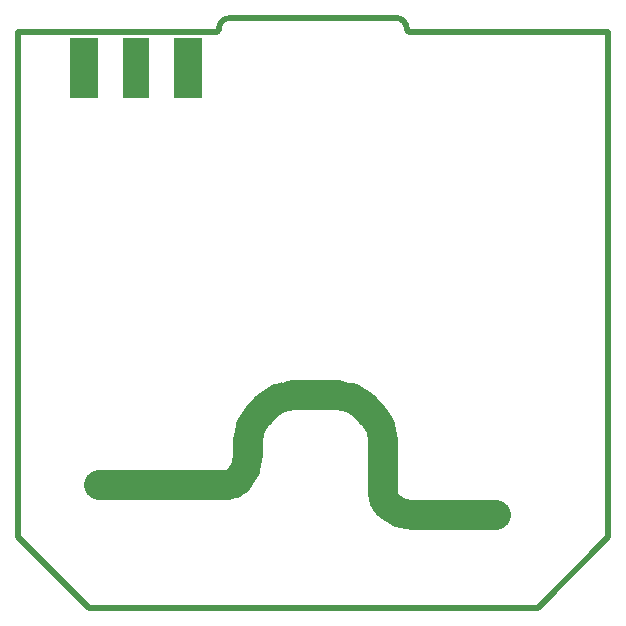
<source format=gbp>
G04*
G04 #@! TF.GenerationSoftware,Altium Limited,CircuitStudio,1.5.2 (1.5.2.30)*
G04*
G04 Layer_Color=16770453*
%FSLAX44Y44*%
%MOMM*%
G71*
G01*
G75*
%ADD12R,2.4130X5.0800*%
%ADD34C,0.5000*%
%ADD36C,2.5000*%
%ADD53R,2.2860X5.0800*%
D12*
X238685Y807000D02*
D03*
X326315D02*
D03*
D34*
X350049Y837549D02*
G03*
X352549Y840049I0J2500D01*
G01*
X362549Y850049D02*
G03*
X352549Y840049I0J-10000D01*
G01*
X512000D02*
G03*
X514500Y837549I2500J0D01*
G01*
X512000Y840049D02*
G03*
X502000Y850049I-10000J0D01*
G01*
X362549D02*
X502000D01*
X667500Y837549D02*
X682500D01*
X514500D02*
X667500D01*
X182500Y837500D02*
X350049D01*
X682500Y410000D02*
Y837549D01*
X622600Y350100D02*
X682500Y410000D01*
X182500D02*
Y837500D01*
X242400Y350100D02*
X622600D01*
X182500Y410000D02*
X242400Y350100D01*
D36*
X359439Y454150D02*
G03*
X368420Y457870I0J12700D01*
G01*
D02*
G03*
X377400Y479550I-21680J21680D01*
G01*
X386380Y513930D02*
G03*
X377400Y492250I21680J-21680D01*
G01*
X415500Y530350D02*
G03*
X393820Y521370I0J-30661D01*
G01*
X475280D02*
G03*
X453600Y530350I-21680J-21680D01*
G01*
X491700Y492250D02*
G03*
X482720Y513930I-30661J0D01*
G01*
X491700Y446711D02*
G03*
X495420Y437730I12700J0D01*
G01*
D02*
G03*
X517100Y428750I21680J21680D01*
G01*
X251000Y454150D02*
X359439D01*
X377400Y479550D02*
Y492250D01*
X386380Y513930D02*
X393820Y521370D01*
X415500Y530350D02*
X453600D01*
X475280Y521370D02*
X482720Y513930D01*
X491700Y446711D02*
Y492250D01*
X517100Y428750D02*
X587250D01*
D53*
X282500Y807000D02*
D03*
M02*

</source>
